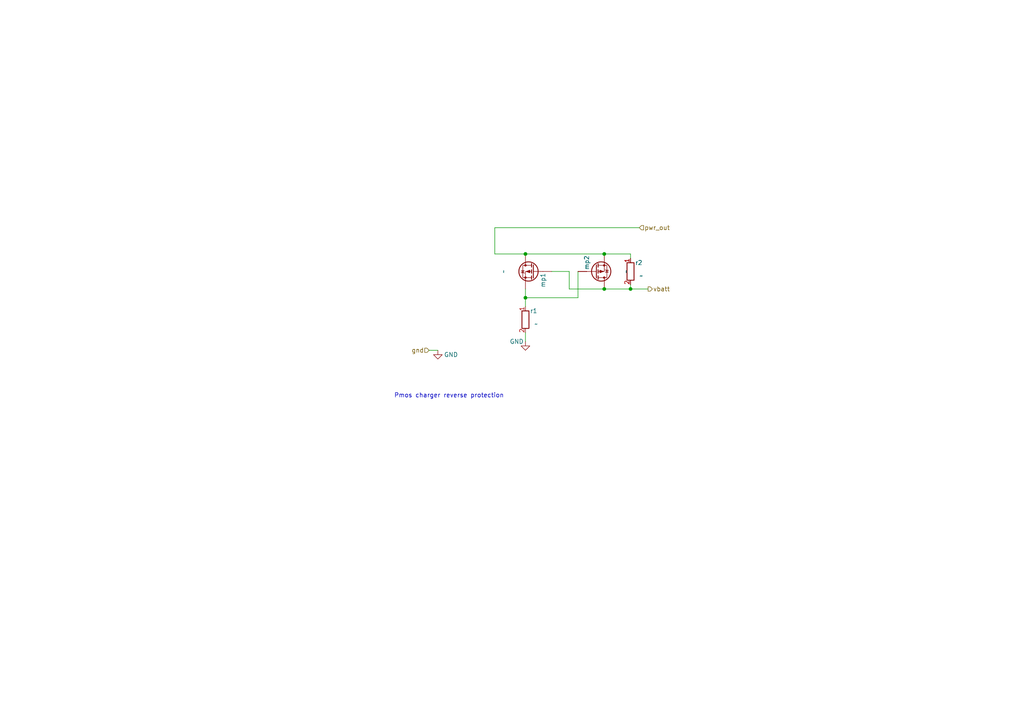
<source format=kicad_sch>
(kicad_sch (version 20230121) (generator eeschema)
  (paper "A4")
  (lib_symbols
    (symbol "Device:Q_PMOS_DGS" (pin_numbers hide) (pin_names (offset 0) hide)
      (property "Reference" "Q" (at 5.08 1.27 0))
      (property "Value" "Q_PMOS_DGS" (at 5.08 -1.27 0))
      (symbol "Q_PMOS_DGS_0_1"
        (polyline (pts (xy 0.254 0) (xy -2.54 0)))
        (polyline (pts (xy 0.254 1.905) (xy 0.254 -1.905)) (stroke (width 0.254)))
        (polyline (pts (xy 0.762 -1.27) (xy 0.762 -2.286)) (stroke (width 0.254)))
        (polyline (pts (xy 0.762 0.508) (xy 0.762 -0.508)) (stroke (width 0.254)))
        (polyline (pts (xy 0.762 2.286) (xy 0.762 1.27)) (stroke (width 0.254)))
        (polyline (pts (xy 2.54 2.54) (xy 2.54 1.778)))
        (polyline (pts (xy 2.54 -2.54) (xy 2.54 0) (xy 0.762 0)))
        (polyline (pts (xy 0.762 1.778) (xy 3.302 1.778) (xy 3.302 -1.778) (xy 0.762 -1.778)))
        (polyline (pts (xy 2.286 0) (xy 1.27 0.381) (xy 1.27 -0.381) (xy 2.286 0)) (fill (type outline)))
        (polyline (pts (xy 2.794 -0.508) (xy 2.921 -0.381) (xy 3.683 -0.381) (xy 3.81 -0.254)))
        (polyline (pts (xy 3.302 -0.381) (xy 2.921 0.254) (xy 3.683 0.254) (xy 3.302 -0.381)))
        (circle (center 1.651 0) (radius 2.794) (stroke (width 0.254)))
        (circle (center 2.54 -1.778) (radius 0.254) (fill (type outline)))
        (circle (center 2.54 1.778) (radius 0.254) (fill (type outline)))
      )
      (symbol "Q_PMOS_DGS_1_1"
        (pin passive line (at 2.54 5.08 270) (length 2.54) (name "D") (number "1"))
        (pin input line (at -5.08 0 0) (length 2.54) (name "G") (number "2"))
        (pin passive line (at 2.54 -5.08 90) (length 2.54) (name "S") (number "3"))
      )
    )
    (symbol "Device:R" (pin_names (offset 0))
      (property "Reference" "R" (at 2.032 0 90))
      (property "Value" "R" (at 0 0 90))
      (symbol "R_0_1"
        (rectangle (start -1.016 -2.54) (end 1.016 2.54) (stroke (width 0.254)))
      )
      (symbol "R_1_1"
        (pin passive line (at 0 3.81 270) (length 1.27) (name "~") (number "1"))
        (pin passive line (at 0 -3.81 90) (length 1.27) (name "~") (number "2"))
      )
    )
    (symbol "power:GND" (power) (pin_names (offset 0))
      (property "Value" "GND" (at 0 -3.81 0))
      (symbol "GND_0_1"
        (polyline (pts (xy 0 0) (xy 0 -1.27) (xy 1.27 -1.27) (xy 0 -2.54) (xy -1.27 -1.27) (xy 0 -1.27)))
      )
      (symbol "GND_1_1"
        (pin power_in line (at 0 0 270) (length 0) hide (name "GND") (number "1"))
      )
    )
  )
  (junction (at 175.26 83.82))
  (junction (at 175.26 73.66))
  (junction (at 182.88 83.82))
  (junction (at 152.4 86.36))
  (junction (at 152.4 73.66))
  (wire (pts (xy 165.1 83.82) (xy 175.26 83.82)))
  (wire (pts (xy 167.64 78.74) (xy 167.64 86.36)))
  (wire (pts (xy 152.4 86.36) (xy 152.4 88.9)))
  (wire (pts (xy 152.4 83.82) (xy 152.4 86.36)))
  (wire (pts (xy 160.02 78.74) (xy 165.1 78.74)))
  (wire (pts (xy 182.88 82.55) (xy 182.88 83.82)))
  (wire (pts (xy 165.1 78.74) (xy 165.1 83.82)))
  (wire (pts (xy 182.88 74.93) (xy 182.88 73.66)))
  (wire (pts (xy 182.88 83.82) (xy 175.26 83.82)))
  (wire (pts (xy 143.51 73.66) (xy 152.4 73.66)))
  (wire (pts (xy 124.46 101.6) (xy 127 101.6)))
  (wire (pts (xy 152.4 96.52) (xy 152.4 99.06)))
  (wire (pts (xy 143.51 66.04) (xy 143.51 73.66)))
  (wire (pts (xy 182.88 83.82) (xy 187.96 83.82)))
  (wire (pts (xy 152.4 73.66) (xy 175.26 73.66)))
  (wire (pts (xy 185.42 66.04) (xy 143.51 66.04)))
  (wire (pts (xy 182.88 73.66) (xy 175.26 73.66)))
  (wire (pts (xy 167.64 86.36) (xy 152.4 86.36)))
  (text "Pmos charger reverse protection\n" (at 114.3 115.57 0) (effects (font (size 1.27 1.27)) (justify left bottom)))
  (hierarchical_label "pwr_out" (shape input) (at 185.42 66.04 0))
  (hierarchical_label "vbatt" (shape output) (at 187.96 83.82 0))
  (hierarchical_label "gnd" (shape input) (at 124.46 101.6 180))
  (symbol (lib_id "power:GND") (at 152.4 99.06 0) (unit 1)
    (property "Reference" "#PWR0101" (effects hide))
    (property "Value" "GND" (at 149.86 99.06 0))
  )
  (symbol (lib_id "Device:Q_PMOS_DGS") (at 154.94 78.74 0) (mirror y) (unit 1)
    (property "Reference" "mp1" (at 157.48 81.28 90))
    (property "Value" "~" (at 146.05 78.74 90))
  )
  (symbol (lib_id "Device:R") (at 182.88 78.74 0) (unit 1)
    (property "Reference" "r2" (at 184.15 76.2 0) (effects (justify left)))
    (property "Value" "~" (at 185.42 80.0099 0) (effects (justify left)))
  )
  (symbol (lib_id "power:GND") (at 127 101.6 0) (unit 1)
    (property "Reference" "#PWR0102" (effects hide))
    (property "Value" "GND" (at 130.81 102.87 0))
  )
  (symbol (lib_id "Device:Q_PMOS_DGS") (at 172.72 78.74 0) (mirror x) (unit 1)
    (property "Reference" "mp2" (at 170.18 76.2 90))
    (property "Value" "~" (at 181.61 78.74 90))
  )
  (symbol (lib_id "Device:R") (at 152.4 92.71 0) (unit 1)
    (property "Reference" "r1" (at 153.67 90.17 0) (effects (justify left)))
    (property "Value" "~" (at 154.94 93.9799 0) (effects (justify left)))
  )
)
</source>
